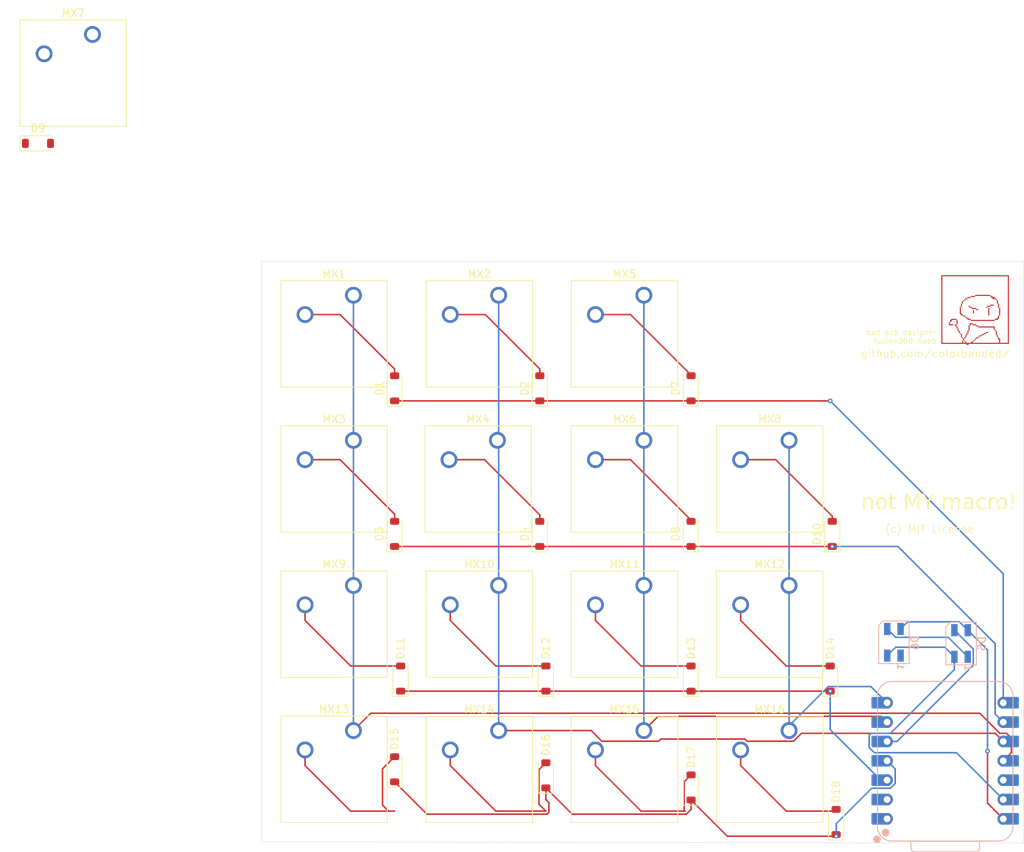
<source format=kicad_pcb>
(kicad_pcb (version 20241229) (generator "pcbnew") (generator_version "9.0")
  (layers (0 "F.Cu" signal) (2 "B.Cu" signal) (13 "F.Paste" user) (15 "B.Paste" user) (5 "F.SilkS" user "F.Silkscreen") (7 "B.SilkS" user "B.Silkscreen") (1 "F.Mask" user) (3 "B.Mask" user) (25 "Edge.Cuts" user))
  (net 0 "")
  (net 1 "GND")
  (net 2 "+5V")
  (net 3 "Net-(D1-A)")
  (net 4 "/ROW0")
  (net 5 "Net-(D2-A)")
  (net 6 "Net-(D3-A)")
  (net 7 "/ROW1")
  (net 8 "Net-(D4-A)")
  (net 9 "/COL0")
  (net 10 "/COL1")
  (net 11 "Net-(D9-A)")
  (net 12 "Net-(D5-DOUT)")
  (net 13 "Net-(D5-DIN)")
  (net 15 "Net-(D7-A)")
  (net 16 "Net-(D8-A)")
  (net 17 "Net-(D10-A)")
  (net 18 "/COL2")
  (net 19 "/COL3")
  (net 23 "Net-(D11-A)")
  (net 24 "/ROW2")
  (net 25 "Net-(D12-A)")
  (net 26 "Net-(D13-A)")
  (net 27 "Net-(D14-A)")
  (net 28 "/ROW3")
  (net 29 "Net-(D15-A)")
  (net 30 "Net-(D16-A)")
  (net 31 "Net-(D17-A)")
  (net 32 "Net-(D18-A)")
  (footprint "Button_Switch_Keyboard:SW_Cherry_MX_1.00u_PCB" (layer "F.Cu") (at 81.915 93.345)
    (property "Reference" "MX15")
    (property "Value" "MX-NoLED")
  )
  (footprint "Diode_SMD:D_SOD-123" (layer "F.Cu") (at 88.10625 48.41875 90)
    (property "Reference" "D7")
    (property "Value" "D_Small")
  )
  (footprint "Button_Switch_Keyboard:SW_Cherry_MX_1.00u_PCB" (layer "F.Cu") (at 43.815 74.295)
    (property "Reference" "MX9")
    (property "Value" "MX-NoLED")
  )
  (footprint "Button_Switch_Keyboard:SW_Cherry_MX_1.00u_PCB" (layer "F.Cu") (at 81.915 36.195)
    (property "Reference" "MX5")
    (property "Value" "MX-NoLED")
  )
  (footprint "Diode_SMD:D_SOD-123" (layer "F.Cu") (at 69.05625 86.51875 90)
    (property "Reference" "D12")
    (property "Value" "D_Small")
  )
  (footprint "Diode_SMD:D_SOD-123" (layer "F.Cu") (at 107.13473 105.342442 90)
    (property "Reference" "D18")
    (property "Value" "D_Small")
  )
  (footprint "Diode_SMD:D_SOD-123" (layer "F.Cu") (at 49.2125 67.53125 90)
    (property "Reference" "D3")
    (property "Value" "D_Small")
  )
  (footprint "Diode_SMD:D_SOD-123" (layer "F.Cu") (at 88.10625 67.53125 90)
    (property "Reference" "D8")
    (property "Value" "D_Small")
  )
  (footprint "Diode_SMD:D_SOD-123" (layer "F.Cu") (at 106.63125 67.53125 90)
    (property "Reference" "D10")
    (property "Value" "D_Small")
  )
  (footprint "Button_Switch_Keyboard:SW_Cherry_MX_1.00u_PCB" (layer "F.Cu") (at 81.915 55.245)
    (property "Reference" "MX6")
    (property "Value" "MX-NoLED")
  )
  (footprint "Button_Switch_Keyboard:SW_Cherry_MX_1.00u_PCB" (layer "F.Cu") (at 43.815 55.245)
    (property "Reference" "MX3")
    (property "Value" "MX-NoLED")
  )
  (footprint "Button_Switch_Keyboard:SW_Cherry_MX_1.00u_PCB" (layer "F.Cu") (at 43.815 36.195)
    (property "Reference" "MX1")
    (property "Value" "MX-NoLED")
  )
  (footprint "Diode_SMD:D_SOD-123" (layer "F.Cu") (at 50.00625 86.51875 90)
    (property "Reference" "D11")
    (property "Value" "D_Small")
  )
  (footprint "Button_Switch_Keyboard:SW_Cherry_MX_1.00u_PCB" (layer "F.Cu") (at 62.70625 55.245)
    (property "Reference" "MX4")
    (property "Value" "MX-NoLED")
  )
  (footprint "Button_Switch_Keyboard:SW_Cherry_MX_1.00u_PCB" (layer "F.Cu") (at 62.865 36.195)
    (property "Reference" "MX2")
    (property "Value" "MX-NoLED")
  )
  (footprint "Button_Switch_Keyboard:SW_Cherry_MX_1.00u_PCB" (layer "F.Cu") (at 9.585 1.965)
    (property "Reference" "MX7")
    (property "Value" "MX-NoLED")
  )
  (footprint "Button_Switch_Keyboard:SW_Cherry_MX_1.00u_PCB" (layer "F.Cu") (at 62.865 93.345)
    (property "Reference" "MX14")
    (property "Value" "MX-NoLED")
  )
  (footprint "Diode_SMD:D_SOD-123" (layer "F.Cu") (at 2.42 16.265)
    (property "Reference" "D9")
    (property "Value" "D_Small")
  )
  (footprint "Button_Switch_Keyboard:SW_Cherry_MX_1.00u_PCB" (layer "F.Cu") (at 81.915 74.295)
    (property "Reference" "MX11")
    (property "Value" "MX-NoLED")
  )
  (footprint "Diode_SMD:D_SOD-123" (layer "F.Cu") (at 49.2125 48.41875 90)
    (property "Reference" "D1")
    (property "Value" "D_Small")
  )
  (footprint "Button_Switch_Keyboard:SW_Cherry_MX_1.00u_PCB" (layer "F.Cu") (at 100.965 74.295)
    (property "Reference" "MX12")
    (property "Value" "MX-NoLED")
  )
  (footprint "Button_Switch_Keyboard:SW_Cherry_MX_1.00u_PCB" (layer "F.Cu") (at 100.965 55.245)
    (property "Reference" "MX8")
    (property "Value" "MX-NoLED")
  )
  (footprint "Diode_SMD:D_SOD-123" (layer "F.Cu") (at 68.2625 48.41875 90)
    (property "Reference" "D2")
    (property "Value" "D_Small")
  )
  (footprint "Diode_SMD:D_SOD-123" (layer "F.Cu") (at 49.2125 98.425 90)
    (property "Reference" "D15")
    (property "Value" "D_Small")
  )
  (footprint "Diode_SMD:D_SOD-123" (layer "F.Cu") (at 88.10625 86.51875 90)
    (property "Reference" "D13")
    (property "Value" "D_Small")
  )
  (footprint "Diode_SMD:D_SOD-123" (layer "F.Cu") (at 68.2625 67.53125 90)
    (property "Reference" "D4")
    (property "Value" "D_Small")
  )
  (footprint "Diode_SMD:D_SOD-123" (layer "F.Cu") (at 88.10625 100.80625 90)
    (property "Reference" "D17")
    (property "Value" "D_Small")
  )
  (footprint "Diode_SMD:D_SOD-123" (layer "F.Cu") (at 106.3625 86.51875 90)
    (property "Reference" "D14")
    (property "Value" "D_Small")
  )
  (footprint "LOGO" (layer "F.Cu") (at 125.4125 38.1)
    (property "Reference" "G***" (hide yes))
    (property "Value" "LOGO" (hide yes))
  )
  (footprint "Button_Switch_Keyboard:SW_Cherry_MX_1.00u_PCB" (layer "F.Cu") (at 43.815 93.345)
    (property "Reference" "MX13")
    (property "Value" "MX-NoLED")
  )
  (footprint "Button_Switch_Keyboard:SW_Cherry_MX_1.00u_PCB" (layer "F.Cu") (at 100.965 93.345)
    (property "Reference" "MX16")
    (property "Value" "MX-NoLED")
  )
  (footprint "Button_Switch_Keyboard:SW_Cherry_MX_1.00u_PCB" (layer "F.Cu") (at 62.865 74.295)
    (property "Reference" "MX10")
    (property "Value" "MX-NoLED")
  )
  (footprint "Diode_SMD:D_SOD-123" (layer "F.Cu") (at 69.05625 99.21875 90)
    (property "Reference" "D16")
    (property "Value" "D_Small")
  )
  (footprint "LED_SMD:LED_SK6812MINI_PLCC4_3.5x3.5mm_P1.75mm" (layer "B.Cu") (at 123.53125 81.91875 90)
    (property "Reference" "D5")
    (property "Value" "SK6812MINI")
  )
  (footprint "LED_SMD:LED_SK6812MINI_PLCC4_3.5x3.5mm_P1.75mm" (layer "B.Cu") (at 114.71875 81.75625 90)
    (property "Reference" "D6")
    (property "Value" "SK6812MINI")
  )
  (footprint "OPL:XIAO-RP2040-DIP" (layer "B.Cu") (at 121.44375 97.31375)
    (property "Reference" "U2" (hide yes))
    (property "Value" "XIAO-RP2040-DIP")
  )
  (gr_poly (pts (xy 31.75 31.75) (xy 31.75 107.95) (xy 116.516097 108.098312) (xy 116.792755 107.944296) (xy 126.036329 107.943169) (xy 126.461315 108.088272) (xy 131.7625 108.091809) (xy 131.7625 31.75)) (stroke (width 0.05)) (fill no) (layer "Edge.Cuts"))
  (gr_text "not MY macro!" (at 110.450856 64.617666 0) (layer "F.SilkS") (effects (font (size 2 2) (thickness 0.1)) (justify left bottom)))
  (gr_text "github.com/colorbanded/" (at 110.33125 44.45 0) (layer "F.SilkS") (effects (font (size 1 1) (thickness 0.1)) (justify left bottom)))
  (gr_text "bad pcb designer\nfusion360 noob\n" (at 120.363257 42.618748 0) (layer "F.SilkS") (effects (font (size 0.7 0.7) (thickness 0.0875)) (justify right bottom)))
  (gr_text "(c) MIT License" (at 113.50625 67.46875 0) (layer "F.SilkS") (effects (font (size 1 1) (thickness 0.1)) (justify left bottom)))
  (segment (start 114.26406 93.71075) (end 111.733124 93.71075) (width 0.2) (layer "B.Cu") (net 1))
  (segment (start 122.65625 83.66875) (end 122.65625 85.31856) (width 0.2) (layer "B.Cu") (net 1))
  (segment (start 111.733124 93.71075) (end 111.47175 93.972124) (width 0.2) (layer "B.Cu") (net 1))
  (segment (start 111.47175 93.972124) (end 111.47175 95.575376) (width 0.2) (layer "B.Cu") (net 1))
  (segment (start 111.47175 95.575376) (end 112.147124 96.25075) (width 0.2) (layer "B.Cu") (net 1))
  (segment (start 121.39275 82.40525) (end 114.94475 82.40525) (width 0.2) (layer "B.Cu") (net 1))
  (segment (start 112.147124 96.25075) (end 122.92075 96.25075) (width 0.2) (layer "B.Cu") (net 1))
  (segment (start 122.65625 85.31856) (end 114.26406 93.71075) (width 0.2) (layer "B.Cu") (net 1))
  (segment (start 122.65625 83.66875) (end 121.39275 82.40525) (width 0.2) (layer "B.Cu") (net 1))
  (segment (start 114.94475 82.40525) (end 113.84375 83.50625) (width 0.2) (layer "B.Cu") (net 1))
  (segment (start 122.92075 96.25075) (end 129.06375 102.39375) (width 0.2) (layer "B.Cu") (net 1))
  (segment (start 127 96.04375) (end 127 102.87) (width 0.2) (layer "F.Cu") (net 2))
  (segment (start 127 102.87) (end 129.06375 104.93375) (width 0.2) (layer "F.Cu") (net 2))
  (via (at 127 96.04375) (size 0.6) (drill 0.3) (layers "F.Cu" "B.Cu") (net 2))
  (segment (start 127 82.7625) (end 127 96.04375) (width 0.2) (layer "B.Cu") (net 2))
  (segment (start 123.30525 79.06775) (end 116.53225 79.06775) (width 0.2) (layer "B.Cu") (net 2))
  (segment (start 116.53225 79.06775) (end 115.59375 80.00625) (width 0.2) (layer "B.Cu") (net 2))
  (segment (start 124.40625 80.16875) (end 127 82.7625) (width 0.2) (layer "B.Cu") (net 2))
  (segment (start 124.40625 80.16875) (end 123.30525 79.06775) (width 0.2) (layer "B.Cu") (net 2))
  (segment (start 42.059816 38.735) (end 49.2125 45.887684) (width 0.2) (layer "F.Cu") (net 3))
  (segment (start 37.465 38.735) (end 42.059816 38.735) (width 0.2) (layer "F.Cu") (net 3))
  (segment (start 49.2125 45.887684) (end 49.2125 46.76875) (width 0.2) (layer "F.Cu") (net 3))
  (segment (start 49.2125 50.06875) (end 106.3625 50.06875) (width 0.2) (layer "F.Cu") (net 4))
  (via (at 106.3625 50.06875) (size 0.6) (drill 0.3) (layers "F.Cu" "B.Cu") (net 4))
  (segment (start 129.06375 72.77) (end 129.06375 89.69375) (width 0.2) (layer "B.Cu") (net 4))
  (segment (start 106.3625 50.06875) (end 129.06375 72.77) (width 0.2) (layer "B.Cu") (net 4))
  (segment (start 56.515 38.735) (end 61.109816 38.735) (width 0.2) (layer "F.Cu") (net 5))
  (segment (start 61.109816 38.735) (end 68.2625 45.887684) (width 0.2) (layer "F.Cu") (net 5))
  (segment (start 68.2625 45.887684) (end 68.2625 46.76875) (width 0.2) (layer "F.Cu") (net 5))
  (segment (start 42.059816 57.785) (end 49.2125 64.937684) (width 0.2) (layer "F.Cu") (net 6))
  (segment (start 49.2125 64.937684) (end 49.2125 65.88125) (width 0.2) (layer "F.Cu") (net 6))
  (segment (start 37.465 57.785) (end 42.059816 57.785) (width 0.2) (layer "F.Cu") (net 6))
  (segment (start 49.2125 69.18125) (end 106.63125 69.18125) (width 0.2) (layer "F.Cu") (net 7))
  (via (at 106.63125 69.18125) (size 0.6) (drill 0.3) (layers "F.Cu" "B.Cu") (net 7))
  (segment (start 128.00075 91.17075) (end 129.06375 92.23375) (width 0.2) (layer "B.Cu") (net 7))
  (segment (start 128.00075 81.93625) (end 128.00075 91.17075) (width 0.2) (layer "B.Cu") (net 7))
  (segment (start 106.63125 69.18125) (end 115.24575 69.18125) (width 0.2) (layer "B.Cu") (net 7))
  (segment (start 115.24575 69.18125) (end 128.00075 81.93625) (width 0.2) (layer "B.Cu") (net 7))
  (segment (start 61.00778 57.785) (end 68.2625 65.03972) (width 0.2) (layer "F.Cu") (net 8))
  (segment (start 68.2625 65.03972) (end 68.2625 65.88125) (width 0.2) (layer "F.Cu") (net 8))
  (segment (start 56.35625 57.785) (end 61.00778 57.785) (width 0.2) (layer "F.Cu") (net 8))
  (segment (start 129.50406 93.71075) (end 128.62344 93.71075) (width 0.2) (layer "F.Cu") (net 9))
  (segment (start 129.06375 97.31375) (end 130.12675 96.25075) (width 0.2) (layer "F.Cu") (net 9))
  (segment (start 130.12675 94.33344) (end 129.50406 93.71075) (width 0.2) (layer "F.Cu") (net 9))
  (segment (start 125.983441 91.070751) (end 46.089249 91.070751) (width 0.2) (layer "F.Cu") (net 9))
  (segment (start 128.62344 93.71075) (end 125.983441 91.070751) (width 0.2) (layer "F.Cu") (net 9))
  (segment (start 130.12675 96.25075) (end 130.12675 94.33344) (width 0.2) (layer "F.Cu") (net 9))
  (segment (start 46.089249 91.070751) (end 43.815 93.345) (width 0.2) (layer "F.Cu") (net 9))
  (segment (start 43.815 93.345) (end 43.815 36.195) (width 0.2) (layer "B.Cu") (net 9))
  (segment (start 101.545314 94.746) (end 95.457314 94.746) (width 0.2) (layer "F.Cu") (net 10))
  (segment (start 129.06375 94.77375) (end 128.00075 93.71075) (width 0.2) (layer "F.Cu") (net 10))
  (segment (start 128.00075 93.71075) (end 102.580564 93.71075) (width 0.2) (layer "F.Cu") (net 10))
  (segment (start 95.457314 94.746) (end 95.167564 94.45625) (width 0.2) (layer "F.Cu") (net 10))
  (segment (start 84.1375 94.45625) (end 83.84775 94.746) (width 0.2) (layer "F.Cu") (net 10))
  (segment (start 76.407314 94.746) (end 75.006314 93.345) (width 0.2) (layer "F.Cu") (net 10))
  (segment (start 95.167564 94.45625) (end 84.1375 94.45625) (width 0.2) (layer "F.Cu") (net 10))
  (segment (start 102.580564 93.71075) (end 101.545314 94.746) (width 0.2) (layer "F.Cu") (net 10))
  (segment (start 75.006314 93.345) (end 62.865 93.345) (width 0.2) (layer "F.Cu") (net 10))
  (segment (start 83.84775 94.746) (end 76.407314 94.746) (width 0.2) (layer "F.Cu") (net 10))
  (segment (start 62.865 36.195) (end 62.865 93.345) (width 0.2) (layer "B.Cu") (net 10))
  (segment (start 114.94475 81.10725) (end 121.84475 81.10725) (width 0.2) (layer "B.Cu") (net 12))
  (segment (start 121.84475 81.10725) (end 124.40625 83.66875) (width 0.2) (layer "B.Cu") (net 12))
  (segment (start 113.84375 80.00625) (end 114.94475 81.10725) (width 0.2) (layer "B.Cu") (net 12))
  (segment (start 122.65625 80.16875) (end 125.13225 82.64475) (width 0.2) (layer "B.Cu") (net 13))
  (segment (start 125.13225 82.64475) (end 125.13225 84.76975) (width 0.2) (layer "B.Cu") (net 13))
  (segment (start 115.12825 94.77375) (end 113.82375 94.77375) (width 0.2) (layer "B.Cu") (net 13))
  (segment (start 125.13225 84.76975) (end 115.12825 94.77375) (width 0.2) (layer "B.Cu") (net 13))
  (segment (start 80.159816 38.735) (end 88.10625 46.681434) (width 0.2) (layer "F.Cu") (net 15))
  (segment (start 88.10625 46.681434) (end 88.10625 46.76875) (width 0.2) (layer "F.Cu") (net 15))
  (segment (start 75.565 38.735) (end 80.159816 38.735) (width 0.2) (layer "F.Cu") (net 15))
  (segment (start 88.10625 65.731434) (end 88.10625 65.88125) (width 0.2) (layer "F.Cu") (net 16))
  (segment (start 80.159816 57.785) (end 88.10625 65.731434) (width 0.2) (layer "F.Cu") (net 16))
  (segment (start 75.565 57.785) (end 80.159816 57.785) (width 0.2) (layer "F.Cu") (net 16))
  (segment (start 94.615 57.785) (end 99.209816 57.785) (width 0.2) (layer "F.Cu") (net 17))
  (segment (start 99.209816 57.785) (end 106.63125 65.206434) (width 0.2) (layer "F.Cu") (net 17))
  (segment (start 106.63125 65.206434) (end 106.63125 65.88125) (width 0.2) (layer "F.Cu") (net 17))
  (segment (start 113.061751 91.471751) (end 83.788249 91.471751) (width 0.2) (layer "F.Cu") (net 18))
  (segment (start 113.82375 92.23375) (end 113.061751 91.471751) (width 0.2) (layer "F.Cu") (net 18))
  (segment (start 83.788249 91.471751) (end 81.915 93.345) (width 0.2) (layer "F.Cu") (net 18))
  (segment (start 81.915 36.195) (end 81.915 93.345) (width 0.2) (layer "B.Cu") (net 18))
  (segment (start 106.113557 87.56775) (end 100.965 92.716307) (width 0.2) (layer "B.Cu") (net 19))
  (segment (start 113.82375 89.69375) (end 111.69775 87.56775) (width 0.2) (layer "B.Cu") (net 19))
  (segment (start 100.965 92.716307) (end 100.965 93.345) (width 0.2) (layer "B.Cu") (net 19))
  (segment (start 100.965 55.245) (end 100.965 74.295) (width 0.2) (layer "B.Cu") (net 19))
  (segment (start 111.69775 87.56775) (end 106.113557 87.56775) (width 0.2) (layer "B.Cu") (net 19))
  (segment (start 100.965 74.295) (end 100.965 93.345) (width 0.2) (layer "B.Cu") (net 19))
  (segment (start 43.443934 84.86875) (end 50.00625 84.86875) (width 0.2) (layer "F.Cu") (net 23))
  (segment (start 37.465 76.835) (end 37.465 78.889816) (width 0.2) (layer "F.Cu") (net 23))
  (segment (start 37.465 78.889816) (end 43.443934 84.86875) (width 0.2) (layer "F.Cu") (net 23))
  (segment (start 50.00625 88.16875) (end 106.3625 88.16875) (width 0.2) (layer "F.Cu") (net 24))
  (via (at 106.3625 88.16875) (size 0.6) (drill 0.3) (layers "F.Cu" "B.Cu") (net 24))
  (segment (start 106.3625 88.16875) (end 106.3625 93.2275) (width 0.2) (layer "B.Cu") (net 24))
  (segment (start 112.98875 99.85375) (end 113.82375 99.85375) (width 0.2) (layer "B.Cu") (net 24))
  (segment (start 106.3625 93.2275) (end 112.98875 99.85375) (width 0.2) (layer "B.Cu") (net 24))
  (segment (start 56.515 78.889816) (end 62.493934 84.86875) (width 0.2) (layer "F.Cu") (net 25))
  (segment (start 56.515 76.835) (end 56.515 78.889816) (width 0.2) (layer "F.Cu") (net 25))
  (segment (start 62.493934 84.86875) (end 69.05625 84.86875) (width 0.2) (layer "F.Cu") (net 25))
  (segment (start 81.543934 84.86875) (end 88.10625 84.86875) (width 0.2) (layer "F.Cu") (net 26))
  (segment (start 75.565 78.889816) (end 81.543934 84.86875) (width 0.2) (layer "F.Cu") (net 26))
  (segment (start 75.565 76.835) (end 75.565 78.889816) (width 0.2) (layer "F.Cu") (net 26))
  (segment (start 94.615 78.889816) (end 100.593934 84.86875) (width 0.2) (layer "F.Cu") (net 27))
  (segment (start 100.593934 84.86875) (end 106.3625 84.86875) (width 0.2) (layer "F.Cu") (net 27))
  (segment (start 94.615 76.835) (end 94.615 78.889816) (width 0.2) (layer "F.Cu") (net 27))
  (segment (start 49.6135 100.476) (end 53.45725 104.31975) (width 0.2) (layer "F.Cu") (net 28))
  (segment (start 69.05625 100.86875) (end 72.50725 104.31975) (width 0.2) (layer "F.Cu") (net 28))
  (segment (start 72.50725 104.31975) (end 87.4786 104.31975) (width 0.2) (layer "F.Cu") (net 28))
  (segment (start 69.45725 104.08485) (end 69.45725 102.79475) (width 0.2) (layer "F.Cu") (net 28))
  (segment (start 88.10625 102.45625) (end 92.86875 107.21875) (width 0.2) (layer "F.Cu") (net 28))
  (segment (start 69.22235 104.31975) (end 69.45725 104.08485) (width 0.2) (layer "F.Cu") (net 28))
  (segment (start 53.45725 104.31975) (end 69.22235 104.31975) (width 0.2) (layer "F.Cu") (net 28))
  (segment (start 49.6135 100.476) (end 49.2125 100.075) (width 0.2) (layer "F.Cu") (net 28))
  (segment (start 87.4786 104.31975) (end 88.10625 103.6921) (width 0.2) (layer "F.Cu") (net 28))
  (segment (start 69.05625 102.39375) (end 69.05625 100.86875) (width 0.2) (layer "F.Cu") (net 28))
  (segment (start 69.45725 102.79475) (end 69.05625 102.39375) (width 0.2) (layer "F.Cu") (net 28))
  (segment (start 92.86875 107.21875) (end 107.15625 107.21875) (width 0.2) (layer "F.Cu") (net 28))
  (segment (start 88.10625 103.6921) (end 88.10625 102.45625) (width 0.2) (layer "F.Cu") (net 28))
  (via (at 107.15625 107.21875) (size 0.6) (drill 0.3) (layers "F.Cu" "B.Cu") (net 28))
  (segment (start 114.88675 100.29406) (end 114.88675 98.37675) (width 0.2) (layer "B.Cu") (net 28))
  (segment (start 107.15625 105.56875) (end 111.80825 100.91675) (width 0.2) (layer "B.Cu") (net 28))
  (segment (start 107.15625 107.21875) (end 107.15625 105.56875) (width 0.2) (layer "B.Cu") (net 28))
  (segment (start 114.88675 98.37675) (end 113.82375 97.31375) (width 0.2) (layer "B.Cu") (net 28))
  (segment (start 111.80825 100.91675) (end 114.26406 100.91675) (width 0.2) (layer "B.Cu") (net 28))
  (segment (start 114.26406 100.91675) (end 114.88675 100.29406) (width 0.2) (layer "B.Cu") (net 28))
  (segment (start 43.443934 103.91875) (end 48.41875 103.91875) (width 0.2) (layer "F.Cu") (net 29))
  (segment (start 48.41875 103.91875) (end 49.2125 103.91875) (width 0.2) (layer "F.Cu") (net 29))
  (segment (start 48.41875 103.91875) (end 47.625 103.125) (width 0.2) (layer "F.Cu") (net 29))
  (segment (start 47.625 98.3625) (end 49.2125 96.775) (width 0.2) (layer "F.Cu") (net 29))
  (segment (start 37.465 97.939816) (end 43.443934 103.91875) (width 0.2) (layer "F.Cu") (net 29))
  (segment (start 37.465 95.885) (end 37.465 97.939816) (width 0.2) (layer "F.Cu") (net 29))
  (segment (start 47.625 103.125) (end 47.625 98.3625) (width 0.2) (layer "F.Cu") (net 29))
  (segment (start 68.15525 103.01775) (end 68.15525 98.46975) (width 0.2) (layer "F.Cu") (net 30))
  (segment (start 62.493934 103.91875) (end 69.05625 103.91875) (width 0.2) (layer "F.Cu") (net 30))
  (segment (start 68.15525 98.46975) (end 69.05625 97.56875) (width 0.2) (layer "F.Cu") (net 30))
  (segment (start 56.515 95.885) (end 56.515 97.939816) (width 0.2) (layer "F.Cu") (net 30))
  (segment (start 56.515 97.939816) (end 62.493934 103.91875) (width 0.2) (layer "F.Cu") (net 30))
  (segment (start 69.05625 103.91875) (end 68.15525 103.01775) (width 0.2) (layer "F.Cu") (net 30))
  (segment (start 87.20525 103.8115) (end 87.20525 100.05725) (width 0.2) (layer "F.Cu") (net 31))
  (segment (start 75.565 95.885) (end 75.565 97.939816) (width 0.2) (layer "F.Cu") (net 31))
  (segment (start 81.543934 103.91875) (end 87.3125 103.91875) (width 0.2) (layer "F.Cu") (net 31))
  (segment (start 75.565 97.939816) (end 81.543934 103.91875) (width 0.2) (layer "F.Cu") (net 31))
  (segment (start 87.20525 100.05725) (end 88.10625 99.15625) (width 0.2) (layer "F.Cu") (net 31))
  (segment (start 87.3125 103.91875) (end 87.20525 103.8115) (width 0.2) (layer "F.Cu") (net 31))
  (segment (start 94.615 95.885) (end 94.615 97.939816) (width 0.2) (layer "F.Cu") (net 32))
  (segment (start 100.593934 103.91875) (end 107.15625 103.91875) (width 0.2) (layer "F.Cu") (net 32))
  (segment (start 94.615 97.939816) (end 100.593934 103.91875) (width 0.2) (layer "F.Cu") (net 32))
)
</source>
